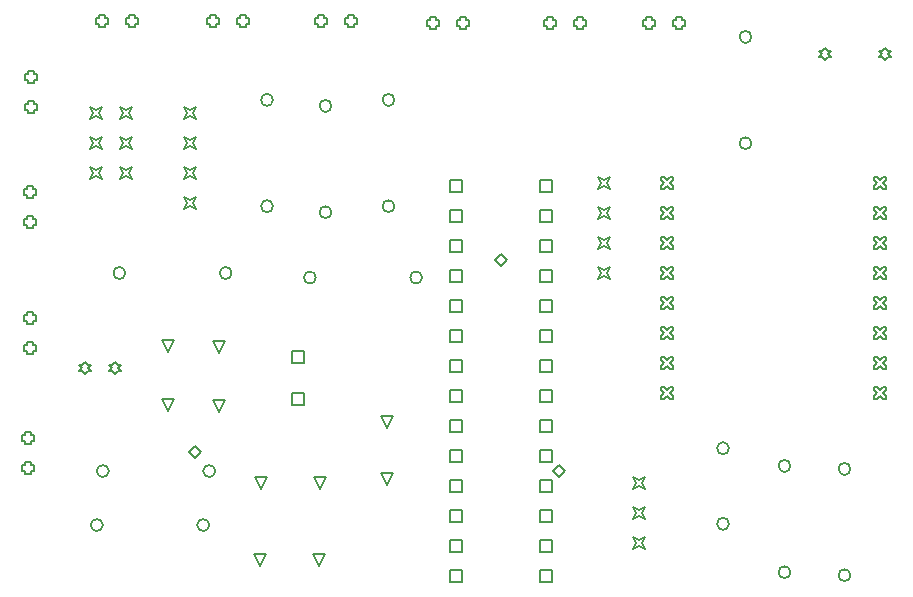
<source format=gbr>
G04*
G04 #@! TF.GenerationSoftware,Altium Limited,Altium Designer,24.10.1 (45)*
G04*
G04 Layer_Color=2752767*
%FSLAX25Y25*%
%MOIN*%
G70*
G04*
G04 #@! TF.SameCoordinates,82B40839-DE60-4B9F-80D9-4B01C0AB2508*
G04*
G04*
G04 #@! TF.FilePolarity,Positive*
G04*
G01*
G75*
%ADD15C,0.00500*%
%ADD62C,0.00667*%
D15*
X132500Y47287D02*
X130500Y51287D01*
X134500D01*
X132500Y47287D01*
Y66500D02*
X130500Y70500D01*
X134500D01*
X132500Y66500D01*
X101000Y87890D02*
Y91890D01*
X105000D01*
Y87890D01*
X101000D01*
Y74110D02*
Y78110D01*
X105000D01*
Y74110D01*
X101000D01*
X76500Y71657D02*
X74500Y75657D01*
X78500D01*
X76500Y71657D01*
Y91343D02*
X74500Y95343D01*
X78500D01*
X76500Y91343D01*
X59500Y72157D02*
X57500Y76157D01*
X61500D01*
X59500Y72157D01*
Y91843D02*
X57500Y95843D01*
X61500D01*
X59500Y91843D01*
X32000Y84500D02*
X33000Y85500D01*
X34000D01*
X33000Y86500D01*
X34000Y87500D01*
X33000D01*
X32000Y88500D01*
X31000Y87500D01*
X30000D01*
X31000Y86500D01*
X30000Y85500D01*
X31000D01*
X32000Y84500D01*
X42000D02*
X43000Y85500D01*
X44000D01*
X43000Y86500D01*
X44000Y87500D01*
X43000D01*
X42000Y88500D01*
X41000Y87500D01*
X40000D01*
X41000Y86500D01*
X40000Y85500D01*
X41000D01*
X42000Y84500D01*
X110185Y46000D02*
X108185Y50000D01*
X112185D01*
X110185Y46000D01*
X90500D02*
X88500Y50000D01*
X92500D01*
X90500Y46000D01*
X214500Y26000D02*
X215500Y28000D01*
X214500Y30000D01*
X216500Y29000D01*
X218500Y30000D01*
X217500Y28000D01*
X218500Y26000D01*
X216500Y27000D01*
X214500Y26000D01*
Y36000D02*
X215500Y38000D01*
X214500Y40000D01*
X216500Y39000D01*
X218500Y40000D01*
X217500Y38000D01*
X218500Y36000D01*
X216500Y37000D01*
X214500Y36000D01*
Y46000D02*
X215500Y48000D01*
X214500Y50000D01*
X216500Y49000D01*
X218500Y50000D01*
X217500Y48000D01*
X218500Y46000D01*
X216500Y47000D01*
X214500Y46000D01*
X13000Y182500D02*
Y181500D01*
X15000D01*
Y182500D01*
X16000D01*
Y184500D01*
X15000D01*
Y185500D01*
X13000D01*
Y184500D01*
X12000D01*
Y182500D01*
X13000D01*
Y172500D02*
Y171500D01*
X15000D01*
Y172500D01*
X16000D01*
Y174500D01*
X15000D01*
Y175500D01*
X13000D01*
Y174500D01*
X12000D01*
Y172500D01*
X13000D01*
X298343Y189000D02*
X299343Y190000D01*
X300343D01*
X299343Y191000D01*
X300343Y192000D01*
X299343D01*
X298343Y193000D01*
X297343Y192000D01*
X296343D01*
X297343Y191000D01*
X296343Y190000D01*
X297343D01*
X298343Y189000D01*
X278657D02*
X279657Y190000D01*
X280657D01*
X279657Y191000D01*
X280657Y192000D01*
X279657D01*
X278657Y193000D01*
X277657Y192000D01*
X276657D01*
X277657Y191000D01*
X276657Y190000D01*
X277657D01*
X278657Y189000D01*
X12500Y144000D02*
Y143000D01*
X14500D01*
Y144000D01*
X15500D01*
Y146000D01*
X14500D01*
Y147000D01*
X12500D01*
Y146000D01*
X11500D01*
Y144000D01*
X12500D01*
Y134000D02*
Y133000D01*
X14500D01*
Y134000D01*
X15500D01*
Y136000D01*
X14500D01*
Y137000D01*
X12500D01*
Y136000D01*
X11500D01*
Y134000D01*
X12500D01*
Y102000D02*
Y101000D01*
X14500D01*
Y102000D01*
X15500D01*
Y104000D01*
X14500D01*
Y105000D01*
X12500D01*
Y104000D01*
X11500D01*
Y102000D01*
X12500D01*
Y92000D02*
Y91000D01*
X14500D01*
Y92000D01*
X15500D01*
Y94000D01*
X14500D01*
Y95000D01*
X12500D01*
Y94000D01*
X11500D01*
Y92000D01*
X12500D01*
X12000Y62000D02*
Y61000D01*
X14000D01*
Y62000D01*
X15000D01*
Y64000D01*
X14000D01*
Y65000D01*
X12000D01*
Y64000D01*
X11000D01*
Y62000D01*
X12000D01*
Y52000D02*
Y51000D01*
X14000D01*
Y52000D01*
X15000D01*
Y54000D01*
X14000D01*
Y55000D01*
X12000D01*
Y54000D01*
X11000D01*
Y52000D01*
X12000D01*
X73500Y201000D02*
Y200000D01*
X75500D01*
Y201000D01*
X76500D01*
Y203000D01*
X75500D01*
Y204000D01*
X73500D01*
Y203000D01*
X72500D01*
Y201000D01*
X73500D01*
X83500D02*
Y200000D01*
X85500D01*
Y201000D01*
X86500D01*
Y203000D01*
X85500D01*
Y204000D01*
X83500D01*
Y203000D01*
X82500D01*
Y201000D01*
X83500D01*
X36500D02*
Y200000D01*
X38500D01*
Y201000D01*
X39500D01*
Y203000D01*
X38500D01*
Y204000D01*
X36500D01*
Y203000D01*
X35500D01*
Y201000D01*
X36500D01*
X46500D02*
Y200000D01*
X48500D01*
Y201000D01*
X49500D01*
Y203000D01*
X48500D01*
Y204000D01*
X46500D01*
Y203000D01*
X45500D01*
Y201000D01*
X46500D01*
X224000Y116000D02*
X225000D01*
X226000Y117000D01*
X227000Y116000D01*
X228000D01*
Y117000D01*
X227000Y118000D01*
X228000Y119000D01*
Y120000D01*
X227000D01*
X226000Y119000D01*
X225000Y120000D01*
X224000D01*
Y119000D01*
X225000Y118000D01*
X224000Y117000D01*
Y116000D01*
Y106000D02*
X225000D01*
X226000Y107000D01*
X227000Y106000D01*
X228000D01*
Y107000D01*
X227000Y108000D01*
X228000Y109000D01*
Y110000D01*
X227000D01*
X226000Y109000D01*
X225000Y110000D01*
X224000D01*
Y109000D01*
X225000Y108000D01*
X224000Y107000D01*
Y106000D01*
X295000Y116000D02*
X296000D01*
X297000Y117000D01*
X298000Y116000D01*
X299000D01*
Y117000D01*
X298000Y118000D01*
X299000Y119000D01*
Y120000D01*
X298000D01*
X297000Y119000D01*
X296000Y120000D01*
X295000D01*
Y119000D01*
X296000Y118000D01*
X295000Y117000D01*
Y116000D01*
Y106000D02*
X296000D01*
X297000Y107000D01*
X298000Y106000D01*
X299000D01*
Y107000D01*
X298000Y108000D01*
X299000Y109000D01*
Y110000D01*
X298000D01*
X297000Y109000D01*
X296000Y110000D01*
X295000D01*
Y109000D01*
X296000Y108000D01*
X295000Y107000D01*
Y106000D01*
X224000Y96000D02*
X225000D01*
X226000Y97000D01*
X227000Y96000D01*
X228000D01*
Y97000D01*
X227000Y98000D01*
X228000Y99000D01*
Y100000D01*
X227000D01*
X226000Y99000D01*
X225000Y100000D01*
X224000D01*
Y99000D01*
X225000Y98000D01*
X224000Y97000D01*
Y96000D01*
Y126000D02*
X225000D01*
X226000Y127000D01*
X227000Y126000D01*
X228000D01*
Y127000D01*
X227000Y128000D01*
X228000Y129000D01*
Y130000D01*
X227000D01*
X226000Y129000D01*
X225000Y130000D01*
X224000D01*
Y129000D01*
X225000Y128000D01*
X224000Y127000D01*
Y126000D01*
X295000D02*
X296000D01*
X297000Y127000D01*
X298000Y126000D01*
X299000D01*
Y127000D01*
X298000Y128000D01*
X299000Y129000D01*
Y130000D01*
X298000D01*
X297000Y129000D01*
X296000Y130000D01*
X295000D01*
Y129000D01*
X296000Y128000D01*
X295000Y127000D01*
Y126000D01*
Y96000D02*
X296000D01*
X297000Y97000D01*
X298000Y96000D01*
X299000D01*
Y97000D01*
X298000Y98000D01*
X299000Y99000D01*
Y100000D01*
X298000D01*
X297000Y99000D01*
X296000Y100000D01*
X295000D01*
Y99000D01*
X296000Y98000D01*
X295000Y97000D01*
Y96000D01*
X224000Y136000D02*
X225000D01*
X226000Y137000D01*
X227000Y136000D01*
X228000D01*
Y137000D01*
X227000Y138000D01*
X228000Y139000D01*
Y140000D01*
X227000D01*
X226000Y139000D01*
X225000Y140000D01*
X224000D01*
Y139000D01*
X225000Y138000D01*
X224000Y137000D01*
Y136000D01*
X295000D02*
X296000D01*
X297000Y137000D01*
X298000Y136000D01*
X299000D01*
Y137000D01*
X298000Y138000D01*
X299000Y139000D01*
Y140000D01*
X298000D01*
X297000Y139000D01*
X296000Y140000D01*
X295000D01*
Y139000D01*
X296000Y138000D01*
X295000Y137000D01*
Y136000D01*
X224000Y86000D02*
X225000D01*
X226000Y87000D01*
X227000Y86000D01*
X228000D01*
Y87000D01*
X227000Y88000D01*
X228000Y89000D01*
Y90000D01*
X227000D01*
X226000Y89000D01*
X225000Y90000D01*
X224000D01*
Y89000D01*
X225000Y88000D01*
X224000Y87000D01*
Y86000D01*
X295000D02*
X296000D01*
X297000Y87000D01*
X298000Y86000D01*
X299000D01*
Y87000D01*
X298000Y88000D01*
X299000Y89000D01*
Y90000D01*
X298000D01*
X297000Y89000D01*
X296000Y90000D01*
X295000D01*
Y89000D01*
X296000Y88000D01*
X295000Y87000D01*
Y86000D01*
X224000Y146000D02*
X225000D01*
X226000Y147000D01*
X227000Y146000D01*
X228000D01*
Y147000D01*
X227000Y148000D01*
X228000Y149000D01*
Y150000D01*
X227000D01*
X226000Y149000D01*
X225000Y150000D01*
X224000D01*
Y149000D01*
X225000Y148000D01*
X224000Y147000D01*
Y146000D01*
X295000D02*
X296000D01*
X297000Y147000D01*
X298000Y146000D01*
X299000D01*
Y147000D01*
X298000Y148000D01*
X299000Y149000D01*
Y150000D01*
X298000D01*
X297000Y149000D01*
X296000Y150000D01*
X295000D01*
Y149000D01*
X296000Y148000D01*
X295000Y147000D01*
Y146000D01*
X224000Y76000D02*
X225000D01*
X226000Y77000D01*
X227000Y76000D01*
X228000D01*
Y77000D01*
X227000Y78000D01*
X228000Y79000D01*
Y80000D01*
X227000D01*
X226000Y79000D01*
X225000Y80000D01*
X224000D01*
Y79000D01*
X225000Y78000D01*
X224000Y77000D01*
Y76000D01*
X295000D02*
X296000D01*
X297000Y77000D01*
X298000Y76000D01*
X299000D01*
Y77000D01*
X298000Y78000D01*
X299000Y79000D01*
Y80000D01*
X298000D01*
X297000Y79000D01*
X296000Y80000D01*
X295000D01*
Y79000D01*
X296000Y78000D01*
X295000Y77000D01*
Y76000D01*
X65000Y159500D02*
X66000Y161500D01*
X65000Y163500D01*
X67000Y162500D01*
X69000Y163500D01*
X68000Y161500D01*
X69000Y159500D01*
X67000Y160500D01*
X65000Y159500D01*
Y169500D02*
X66000Y171500D01*
X65000Y173500D01*
X67000Y172500D01*
X69000Y173500D01*
X68000Y171500D01*
X69000Y169500D01*
X67000Y170500D01*
X65000Y169500D01*
Y149500D02*
X66000Y151500D01*
X65000Y153500D01*
X67000Y152500D01*
X69000Y153500D01*
X68000Y151500D01*
X69000Y149500D01*
X67000Y150500D01*
X65000Y149500D01*
Y139500D02*
X66000Y141500D01*
X65000Y143500D01*
X67000Y142500D01*
X69000Y143500D01*
X68000Y141500D01*
X69000Y139500D01*
X67000Y140500D01*
X65000Y139500D01*
X147000Y200500D02*
Y199500D01*
X149000D01*
Y200500D01*
X150000D01*
Y202500D01*
X149000D01*
Y203500D01*
X147000D01*
Y202500D01*
X146000D01*
Y200500D01*
X147000D01*
X157000D02*
Y199500D01*
X159000D01*
Y200500D01*
X160000D01*
Y202500D01*
X159000D01*
Y203500D01*
X157000D01*
Y202500D01*
X156000D01*
Y200500D01*
X157000D01*
X43500Y149500D02*
X44500Y151500D01*
X43500Y153500D01*
X45500Y152500D01*
X47500Y153500D01*
X46500Y151500D01*
X47500Y149500D01*
X45500Y150500D01*
X43500Y149500D01*
X33500D02*
X34500Y151500D01*
X33500Y153500D01*
X35500Y152500D01*
X37500Y153500D01*
X36500Y151500D01*
X37500Y149500D01*
X35500Y150500D01*
X33500Y149500D01*
X43500Y159500D02*
X44500Y161500D01*
X43500Y163500D01*
X45500Y162500D01*
X47500Y163500D01*
X46500Y161500D01*
X47500Y159500D01*
X45500Y160500D01*
X43500Y159500D01*
Y169500D02*
X44500Y171500D01*
X43500Y173500D01*
X45500Y172500D01*
X47500Y173500D01*
X46500Y171500D01*
X47500Y169500D01*
X45500Y170500D01*
X43500Y169500D01*
X33500Y159500D02*
X34500Y161500D01*
X33500Y163500D01*
X35500Y162500D01*
X37500Y163500D01*
X36500Y161500D01*
X37500Y159500D01*
X35500Y160500D01*
X33500Y159500D01*
Y169500D02*
X34500Y171500D01*
X33500Y173500D01*
X35500Y172500D01*
X37500Y173500D01*
X36500Y171500D01*
X37500Y169500D01*
X35500Y170500D01*
X33500Y169500D01*
X229000Y200500D02*
Y199500D01*
X231000D01*
Y200500D01*
X232000D01*
Y202500D01*
X231000D01*
Y203500D01*
X229000D01*
Y202500D01*
X228000D01*
Y200500D01*
X229000D01*
X219000D02*
Y199500D01*
X221000D01*
Y200500D01*
X222000D01*
Y202500D01*
X221000D01*
Y203500D01*
X219000D01*
Y202500D01*
X218000D01*
Y200500D01*
X219000D01*
X196000D02*
Y199500D01*
X198000D01*
Y200500D01*
X199000D01*
Y202500D01*
X198000D01*
Y203500D01*
X196000D01*
Y202500D01*
X195000D01*
Y200500D01*
X196000D01*
X186000D02*
Y199500D01*
X188000D01*
Y200500D01*
X189000D01*
Y202500D01*
X188000D01*
Y203500D01*
X186000D01*
Y202500D01*
X185000D01*
Y200500D01*
X186000D01*
X203000Y126000D02*
X204000Y128000D01*
X203000Y130000D01*
X205000Y129000D01*
X207000Y130000D01*
X206000Y128000D01*
X207000Y126000D01*
X205000Y127000D01*
X203000Y126000D01*
Y116000D02*
X204000Y118000D01*
X203000Y120000D01*
X205000Y119000D01*
X207000Y120000D01*
X206000Y118000D01*
X207000Y116000D01*
X205000Y117000D01*
X203000Y116000D01*
Y136000D02*
X204000Y138000D01*
X203000Y140000D01*
X205000Y139000D01*
X207000Y140000D01*
X206000Y138000D01*
X207000Y136000D01*
X205000Y137000D01*
X203000Y136000D01*
Y146000D02*
X204000Y148000D01*
X203000Y150000D01*
X205000Y149000D01*
X207000Y150000D01*
X206000Y148000D01*
X207000Y146000D01*
X205000Y147000D01*
X203000Y146000D01*
X90157Y20500D02*
X88157Y24500D01*
X92157D01*
X90157Y20500D01*
X109843D02*
X107843Y24500D01*
X111843D01*
X109843Y20500D01*
X109500Y201000D02*
Y200000D01*
X111500D01*
Y201000D01*
X112500D01*
Y203000D01*
X111500D01*
Y204000D01*
X109500D01*
Y203000D01*
X108500D01*
Y201000D01*
X109500D01*
X119500D02*
Y200000D01*
X121500D01*
Y201000D01*
X122500D01*
Y203000D01*
X121500D01*
Y204000D01*
X119500D01*
Y203000D01*
X118500D01*
Y201000D01*
X119500D01*
X183500Y15000D02*
Y19000D01*
X187500D01*
Y15000D01*
X183500D01*
Y25000D02*
Y29000D01*
X187500D01*
Y25000D01*
X183500D01*
Y35000D02*
Y39000D01*
X187500D01*
Y35000D01*
X183500D01*
Y45000D02*
Y49000D01*
X187500D01*
Y45000D01*
X183500D01*
Y55000D02*
Y59000D01*
X187500D01*
Y55000D01*
X183500D01*
Y65000D02*
Y69000D01*
X187500D01*
Y65000D01*
X183500D01*
Y75000D02*
Y79000D01*
X187500D01*
Y75000D01*
X183500D01*
Y85000D02*
Y89000D01*
X187500D01*
Y85000D01*
X183500D01*
Y95000D02*
Y99000D01*
X187500D01*
Y95000D01*
X183500D01*
Y105000D02*
Y109000D01*
X187500D01*
Y105000D01*
X183500D01*
Y115000D02*
Y119000D01*
X187500D01*
Y115000D01*
X183500D01*
Y125000D02*
Y129000D01*
X187500D01*
Y125000D01*
X183500D01*
Y135000D02*
Y139000D01*
X187500D01*
Y135000D01*
X183500D01*
Y145000D02*
Y149000D01*
X187500D01*
Y145000D01*
X183500D01*
X153500Y15000D02*
Y19000D01*
X157500D01*
Y15000D01*
X153500D01*
Y25000D02*
Y29000D01*
X157500D01*
Y25000D01*
X153500D01*
Y35000D02*
Y39000D01*
X157500D01*
Y35000D01*
X153500D01*
Y45000D02*
Y49000D01*
X157500D01*
Y45000D01*
X153500D01*
Y55000D02*
Y59000D01*
X157500D01*
Y55000D01*
X153500D01*
Y65000D02*
Y69000D01*
X157500D01*
Y65000D01*
X153500D01*
Y75000D02*
Y79000D01*
X157500D01*
Y75000D01*
X153500D01*
Y85000D02*
Y89000D01*
X157500D01*
Y85000D01*
X153500D01*
Y95000D02*
Y99000D01*
X157500D01*
Y95000D01*
X153500D01*
Y105000D02*
Y109000D01*
X157500D01*
Y105000D01*
X153500D01*
Y115000D02*
Y119000D01*
X157500D01*
Y115000D01*
X153500D01*
Y125000D02*
Y129000D01*
X157500D01*
Y125000D01*
X153500D01*
Y135000D02*
Y139000D01*
X157500D01*
Y135000D01*
X153500D01*
Y145000D02*
Y149000D01*
X157500D01*
Y145000D01*
X153500D01*
X168500Y122500D02*
X170500Y124500D01*
X172500Y122500D01*
X170500Y120500D01*
X168500Y122500D01*
X66600Y58200D02*
X68600Y60200D01*
X70600Y58200D01*
X68600Y56200D01*
X66600Y58200D01*
X188000Y52000D02*
X190000Y54000D01*
X192000Y52000D01*
X190000Y50000D01*
X188000Y52000D01*
D62*
X73217Y34000D02*
G03*
X73217Y34000I-2000J0D01*
G01*
X37783D02*
G03*
X37783Y34000I-2000J0D01*
G01*
X80717Y118000D02*
G03*
X80717Y118000I-2000J0D01*
G01*
X45283D02*
G03*
X45283Y118000I-2000J0D01*
G01*
X246500Y59598D02*
G03*
X246500Y59598I-2000J0D01*
G01*
Y34402D02*
G03*
X246500Y34402I-2000J0D01*
G01*
X267000Y18283D02*
G03*
X267000Y18283I-2000J0D01*
G01*
Y53717D02*
G03*
X267000Y53717I-2000J0D01*
G01*
X287000Y17283D02*
G03*
X287000Y17283I-2000J0D01*
G01*
Y52717D02*
G03*
X287000Y52717I-2000J0D01*
G01*
X254000Y161283D02*
G03*
X254000Y161283I-2000J0D01*
G01*
Y196717D02*
G03*
X254000Y196717I-2000J0D01*
G01*
X144217Y116500D02*
G03*
X144217Y116500I-2000J0D01*
G01*
X108783D02*
G03*
X108783Y116500I-2000J0D01*
G01*
X114000Y138283D02*
G03*
X114000Y138283I-2000J0D01*
G01*
Y173717D02*
G03*
X114000Y173717I-2000J0D01*
G01*
X75217Y52000D02*
G03*
X75217Y52000I-2000J0D01*
G01*
X39783D02*
G03*
X39783Y52000I-2000J0D01*
G01*
X135000Y140283D02*
G03*
X135000Y140283I-2000J0D01*
G01*
Y175717D02*
G03*
X135000Y175717I-2000J0D01*
G01*
X94500Y140283D02*
G03*
X94500Y140283I-2000J0D01*
G01*
Y175717D02*
G03*
X94500Y175717I-2000J0D01*
G01*
M02*

</source>
